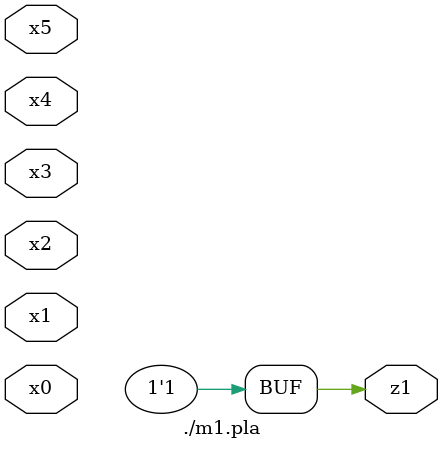
<source format=v>

module \./m1.pla  ( 
    x0, x1, x2, x3, x4, x5,
    z1  );
  input  x0, x1, x2, x3, x4, x5;
  output z1;
  assign z1 = 1'b1;
endmodule



</source>
